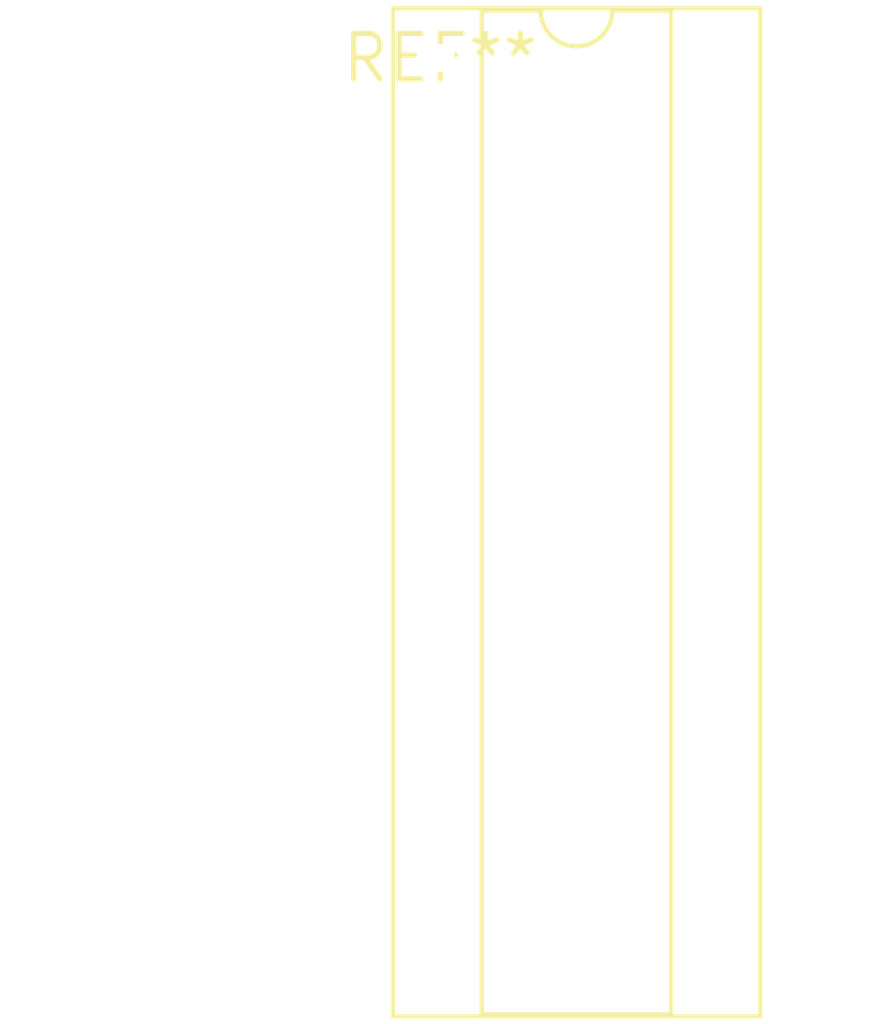
<source format=kicad_pcb>
(kicad_pcb (version 20240108) (generator pcbnew)
  (layers (0 "F.Cu" signal) (31 "B.Cu" signal) (34 "B.Paste" user) (35 "F.Paste" user) (36 "B.SilkS" user "B.Silkscreen") (37 "F.SilkS" user "F.Silkscreen") (38 "B.Mask" user) (39 "F.Mask" user) (44 "Edge.Cuts" user))
  (net 0 "")
  (footprint "DIP-22_W7.62mm_Socket" (layer "F.Cu") (at 0 0)
    (property "Reference" "REF**")
    (property "Value" "DIP-22_W7.62mm_Socket")
    (fp_line (start -1.33 -1.39) (end -1.33 26.79) (layer "F.SilkS") (stroke (width 0.12)))
    (fp_line (start -1.33 26.79) (end 8.95 26.79) (layer "F.SilkS") (stroke (width 0.12)))
    (fp_line (start 1.16 -1.33) (end 1.16 26.73) (layer "F.SilkS") (stroke (width 0.12)))
    (fp_line (start 1.16 26.73) (end 6.46 26.73) (layer "F.SilkS") (stroke (width 0.12)))
    (fp_line (start 2.81 -1.33) (end 1.16 -1.33) (layer "F.SilkS") (stroke (width 0.12)))
    (fp_line (start 6.46 -1.33) (end 4.81 -1.33) (layer "F.SilkS") (stroke (width 0.12)))
    (fp_line (start 6.46 26.73) (end 6.46 -1.33) (layer "F.SilkS") (stroke (width 0.12)))
    (fp_line (start 8.95 -1.39) (end -1.33 -1.39) (layer "F.SilkS") (stroke (width 0.12)))
    (fp_line (start 8.95 26.79) (end 8.95 -1.39) (layer "F.SilkS") (stroke (width 0.12)))
    (fp_arc (start 4.81 -1.33) (mid 3.81 -0.33) (end 2.81 -1.33) (layer "F.SilkS") (stroke (width 0.12)))
    (pad "1" thru_hole rect (at 0 0) (size 1.6 1.6) (drill 0.8) (layers *.Cu *.Mask) (remove_unused_layers))
    (pad "2" thru_hole oval (at 0 2.54) (size 1.6 1.6) (drill 0.8) (layers *.Cu *.Mask) (remove_unused_layers))
    (pad "3" thru_hole oval (at 0 5.08) (size 1.6 1.6) (drill 0.8) (layers *.Cu *.Mask) (remove_unused_layers))
    (pad "4" thru_hole oval (at 0 7.62) (size 1.6 1.6) (drill 0.8) (layers *.Cu *.Mask) (remove_unused_layers))
    (pad "5" thru_hole oval (at 0 10.16) (size 1.6 1.6) (drill 0.8) (layers *.Cu *.Mask) (remove_unused_layers))
    (pad "6" thru_hole oval (at 0 12.7) (size 1.6 1.6) (drill 0.8) (layers *.Cu *.Mask) (remove_unused_layers))
    (pad "7" thru_hole oval (at 0 15.24) (size 1.6 1.6) (drill 0.8) (layers *.Cu *.Mask) (remove_unused_layers))
    (pad "8" thru_hole oval (at 0 17.78) (size 1.6 1.6) (drill 0.8) (layers *.Cu *.Mask) (remove_unused_layers))
    (pad "9" thru_hole oval (at 0 20.32) (size 1.6 1.6) (drill 0.8) (layers *.Cu *.Mask) (remove_unused_layers))
    (pad "10" thru_hole oval (at 0 22.86) (size 1.6 1.6) (drill 0.8) (layers *.Cu *.Mask) (remove_unused_layers))
    (pad "11" thru_hole oval (at 0 25.4) (size 1.6 1.6) (drill 0.8) (layers *.Cu *.Mask) (remove_unused_layers))
    (pad "12" thru_hole oval (at 7.62 25.4) (size 1.6 1.6) (drill 0.8) (layers *.Cu *.Mask) (remove_unused_layers))
    (pad "13" thru_hole oval (at 7.62 22.86) (size 1.6 1.6) (drill 0.8) (layers *.Cu *.Mask) (remove_unused_layers))
    (pad "14" thru_hole oval (at 7.62 20.32) (size 1.6 1.6) (drill 0.8) (layers *.Cu *.Mask) (remove_unused_layers))
    (pad "15" thru_hole oval (at 7.62 17.78) (size 1.6 1.6) (drill 0.8) (layers *.Cu *.Mask) (remove_unused_layers))
    (pad "16" thru_hole oval (at 7.62 15.24) (size 1.6 1.6) (drill 0.8) (layers *.Cu *.Mask) (remove_unused_layers))
    (pad "17" thru_hole oval (at 7.62 12.7) (size 1.6 1.6) (drill 0.8) (layers *.Cu *.Mask) (remove_unused_layers))
    (pad "18" thru_hole oval (at 7.62 10.16) (size 1.6 1.6) (drill 0.8) (layers *.Cu *.Mask) (remove_unused_layers))
    (pad "19" thru_hole oval (at 7.62 7.62) (size 1.6 1.6) (drill 0.8) (layers *.Cu *.Mask) (remove_unused_layers))
    (pad "20" thru_hole oval (at 7.62 5.08) (size 1.6 1.6) (drill 0.8) (layers *.Cu *.Mask) (remove_unused_layers))
    (pad "21" thru_hole oval (at 7.62 2.54) (size 1.6 1.6) (drill 0.8) (layers *.Cu *.Mask) (remove_unused_layers))
    (pad "22" thru_hole oval (at 7.62 0) (size 1.6 1.6) (drill 0.8) (layers *.Cu *.Mask) (remove_unused_layers))
  )
)
</source>
